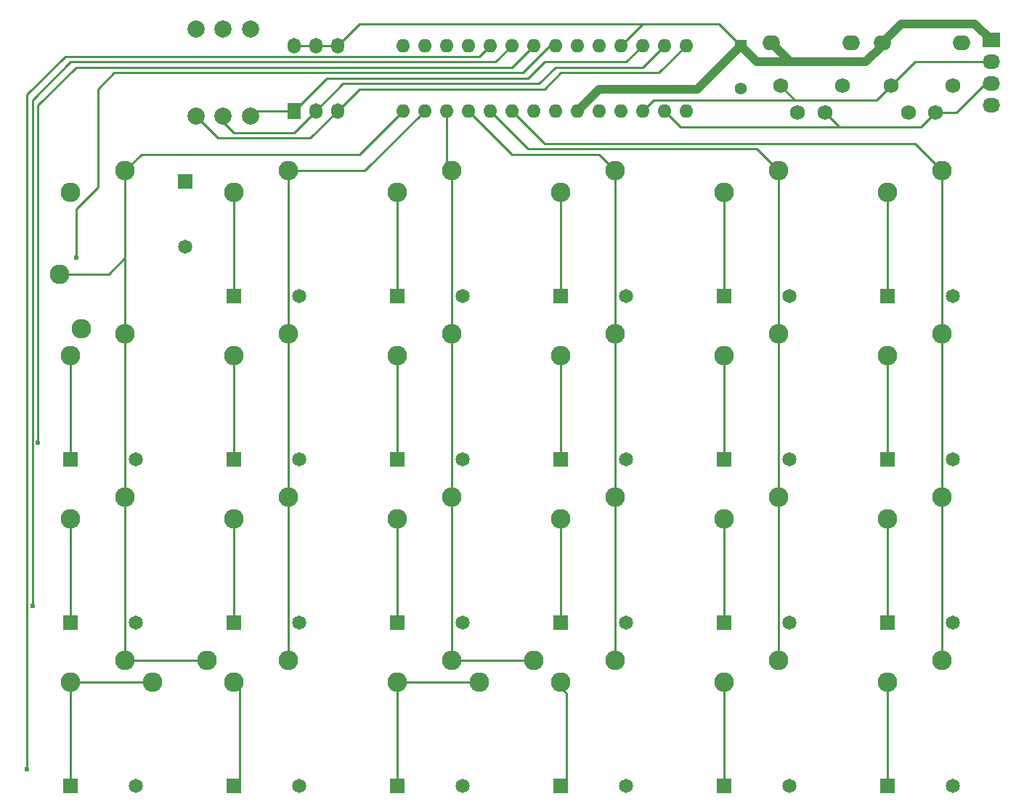
<source format=gbr>
G04 #@! TF.FileFunction,Copper,L1,Top,Signal*
%FSLAX46Y46*%
G04 Gerber Fmt 4.6, Leading zero omitted, Abs format (unit mm)*
G04 Created by KiCad (PCBNEW 4.0.4-stable) date Tue Dec 20 19:00:27 2016*
%MOMM*%
%LPD*%
G01*
G04 APERTURE LIST*
%ADD10C,0.100000*%
%ADD11C,2.286000*%
%ADD12C,1.651000*%
%ADD13R,1.651000X1.651000*%
%ADD14O,1.600000X1.600000*%
%ADD15R,1.524000X1.824000*%
%ADD16O,1.524000X1.824000*%
%ADD17C,1.998980*%
%ADD18O,2.057400X1.752600*%
%ADD19C,1.752600*%
%ADD20R,1.400000X1.400000*%
%ADD21C,1.400000*%
%ADD22R,2.032000X1.727200*%
%ADD23O,2.032000X1.727200*%
%ADD24C,0.600000*%
%ADD25C,0.250000*%
%ADD26C,1.000000*%
G04 APERTURE END LIST*
D10*
D11*
X49530000Y-41910000D03*
X43180000Y-44450000D03*
X87630000Y-60960000D03*
X81280000Y-63500000D03*
X49530000Y-99060000D03*
X43180000Y-101600000D03*
X49530000Y-60960000D03*
X43180000Y-63500000D03*
D12*
X56515000Y-50825400D03*
D13*
X56515000Y-43205400D03*
D12*
X50800000Y-75565000D03*
D13*
X43180000Y-75565000D03*
D12*
X50800000Y-94615000D03*
D13*
X43180000Y-94615000D03*
D12*
X50800000Y-113665000D03*
D13*
X43180000Y-113665000D03*
D12*
X69850000Y-56515000D03*
D13*
X62230000Y-56515000D03*
D12*
X69850000Y-75565000D03*
D13*
X62230000Y-75565000D03*
D12*
X69850000Y-94615000D03*
D13*
X62230000Y-94615000D03*
D12*
X69850000Y-113665000D03*
D13*
X62230000Y-113665000D03*
D12*
X88900000Y-56515000D03*
D13*
X81280000Y-56515000D03*
D12*
X88900000Y-75565000D03*
D13*
X81280000Y-75565000D03*
D12*
X88900000Y-94615000D03*
D13*
X81280000Y-94615000D03*
D12*
X88900000Y-113665000D03*
D13*
X81280000Y-113665000D03*
D12*
X107950000Y-56515000D03*
D13*
X100330000Y-56515000D03*
D12*
X107950000Y-75565000D03*
D13*
X100330000Y-75565000D03*
D12*
X107950000Y-94615000D03*
D13*
X100330000Y-94615000D03*
D12*
X107950000Y-113665000D03*
D13*
X100330000Y-113665000D03*
D12*
X127000000Y-56515000D03*
D13*
X119380000Y-56515000D03*
D12*
X127000000Y-75565000D03*
D13*
X119380000Y-75565000D03*
D12*
X127000000Y-94615000D03*
D13*
X119380000Y-94615000D03*
D12*
X127000000Y-113665000D03*
D13*
X119380000Y-113665000D03*
D12*
X146050000Y-56515000D03*
D13*
X138430000Y-56515000D03*
D12*
X146050000Y-75565000D03*
D13*
X138430000Y-75565000D03*
D12*
X146050000Y-94615000D03*
D13*
X138430000Y-94615000D03*
D12*
X146050000Y-113665000D03*
D13*
X138430000Y-113665000D03*
D11*
X49530000Y-80010000D03*
X43180000Y-82550000D03*
X68580000Y-41910000D03*
X62230000Y-44450000D03*
X68580000Y-60960000D03*
X62230000Y-63500000D03*
X68580000Y-80010000D03*
X62230000Y-82550000D03*
X68580000Y-99060000D03*
X62230000Y-101600000D03*
X87630000Y-41910000D03*
X81280000Y-44450000D03*
X87630000Y-80010000D03*
X81280000Y-82550000D03*
X87630000Y-99060000D03*
X81280000Y-101600000D03*
X106680000Y-41910000D03*
X100330000Y-44450000D03*
X106680000Y-60960000D03*
X100330000Y-63500000D03*
X106680000Y-80010000D03*
X100330000Y-82550000D03*
X106680000Y-99060000D03*
X100330000Y-101600000D03*
X125730000Y-41910000D03*
X119380000Y-44450000D03*
X125730000Y-60960000D03*
X119380000Y-63500000D03*
X125730000Y-80010000D03*
X119380000Y-82550000D03*
X125730000Y-99060000D03*
X119380000Y-101600000D03*
X144780000Y-41910000D03*
X138430000Y-44450000D03*
X144780000Y-60960000D03*
X138430000Y-63500000D03*
X144780000Y-80010000D03*
X138430000Y-82550000D03*
X144780000Y-99060000D03*
X138430000Y-101600000D03*
D14*
X81915000Y-34925000D03*
X84455000Y-34925000D03*
X86995000Y-34925000D03*
X89535000Y-34925000D03*
X92075000Y-34925000D03*
X94615000Y-34925000D03*
X97155000Y-34925000D03*
X99695000Y-34925000D03*
X102235000Y-34925000D03*
X104775000Y-34925000D03*
X107315000Y-34925000D03*
X109855000Y-34925000D03*
X112395000Y-34925000D03*
X114935000Y-34925000D03*
X114935000Y-27305000D03*
X112395000Y-27305000D03*
X109855000Y-27305000D03*
X107315000Y-27305000D03*
X104775000Y-27305000D03*
X102235000Y-27305000D03*
X99695000Y-27305000D03*
X97155000Y-27305000D03*
X94615000Y-27305000D03*
X92075000Y-27305000D03*
X89535000Y-27305000D03*
X86995000Y-27305000D03*
X84455000Y-27305000D03*
X81915000Y-27305000D03*
D15*
X69215000Y-34925000D03*
D16*
X69215000Y-27305000D03*
X71755000Y-34925000D03*
X71755000Y-27305000D03*
X74295000Y-34925000D03*
X74295000Y-27305000D03*
D17*
X64135000Y-35560000D03*
X64135000Y-25400000D03*
X60960000Y-35560000D03*
X60960000Y-25400000D03*
X57785000Y-35560000D03*
X57785000Y-25400000D03*
D18*
X134188200Y-27025600D03*
D19*
X125933200Y-32029400D03*
X131140200Y-35128200D03*
D18*
X124891800Y-27025600D03*
D19*
X127939800Y-35128200D03*
X133146800Y-32029400D03*
D18*
X147091400Y-27025600D03*
D19*
X138836400Y-32029400D03*
X144043400Y-35128200D03*
D18*
X137795000Y-27025600D03*
D19*
X140843000Y-35128200D03*
X146050000Y-32029400D03*
D20*
X121285000Y-27305000D03*
D21*
X121285000Y-32305000D03*
D11*
X41910000Y-54000400D03*
X44450000Y-60350400D03*
X59055000Y-99085400D03*
X52705000Y-101625400D03*
X97155000Y-99085400D03*
X90805000Y-101625400D03*
D22*
X150495000Y-26670000D03*
D23*
X150495000Y-29210000D03*
X150495000Y-31750000D03*
X150495000Y-34290000D03*
D24*
X43815000Y-52095400D03*
X39370000Y-73660000D03*
X38735000Y-92710000D03*
X38100000Y-111760000D03*
D25*
X46355000Y-42570400D02*
X46355000Y-32410400D01*
X43815000Y-52095400D02*
X43815000Y-46380400D01*
X43815000Y-46380400D02*
X46355000Y-43840400D01*
X46355000Y-42570400D02*
X46355000Y-43840400D01*
X46355000Y-32410400D02*
X48285400Y-30480000D01*
X99695000Y-27305000D02*
X99060000Y-27305000D01*
X99060000Y-27305000D02*
X95885000Y-30480000D01*
X95885000Y-30480000D02*
X48285400Y-30480000D01*
X39370000Y-34290000D02*
X39370000Y-34315400D01*
X39370000Y-34315400D02*
X39370000Y-73660000D01*
X97155000Y-27305000D02*
X94615000Y-29845000D01*
X43815000Y-29845000D02*
X39370000Y-34290000D01*
X94615000Y-29845000D02*
X43815000Y-29845000D01*
X43180000Y-75565000D02*
X43180000Y-63500000D01*
X38735000Y-33655000D02*
X38735000Y-33680400D01*
X38735000Y-33680400D02*
X38735000Y-92710000D01*
X94615000Y-27305000D02*
X92710000Y-29210000D01*
X43180000Y-29210000D02*
X38735000Y-33655000D01*
X92710000Y-29210000D02*
X43180000Y-29210000D01*
X43180000Y-94615000D02*
X43180000Y-82550000D01*
X38087300Y-33032700D02*
X38087300Y-111747300D01*
X38087300Y-111747300D02*
X38100000Y-111760000D01*
X90805000Y-28575000D02*
X42545000Y-28575000D01*
X42545000Y-28575000D02*
X38087300Y-33032700D01*
X92075000Y-27305000D02*
X90805000Y-28575000D01*
X43180000Y-101600000D02*
X52679600Y-101600000D01*
X43180000Y-113665000D02*
X43180000Y-101600000D01*
X52679600Y-101600000D02*
X52705000Y-101625400D01*
X62230000Y-44450000D02*
X62230000Y-56515000D01*
X62230000Y-63500000D02*
X62230000Y-75565000D01*
X62230000Y-94615000D02*
X62230000Y-82550000D01*
X62230000Y-101600000D02*
X62230000Y-101625400D01*
X62230000Y-101625400D02*
X62865000Y-102260400D01*
X62865000Y-102260400D02*
X62865000Y-113030000D01*
X62865000Y-113030000D02*
X62230000Y-113665000D01*
X81280000Y-56515000D02*
X81280000Y-44450000D01*
X81280000Y-75565000D02*
X81280000Y-63500000D01*
X81280000Y-94615000D02*
X81280000Y-82550000D01*
X81280000Y-101600000D02*
X90779600Y-101600000D01*
X90779600Y-101600000D02*
X90805000Y-101625400D01*
X81280000Y-113665000D02*
X81280000Y-101600000D01*
X100330000Y-44450000D02*
X100330000Y-56515000D01*
X100330000Y-75565000D02*
X100330000Y-63500000D01*
X100330000Y-94615000D02*
X100330000Y-82550000D01*
X100330000Y-101600000D02*
X100330000Y-102260400D01*
X100330000Y-102260400D02*
X100965000Y-102895400D01*
X100965000Y-102895400D02*
X100965000Y-113030000D01*
X100965000Y-113030000D02*
X100330000Y-113665000D01*
X119380000Y-56515000D02*
X119380000Y-44450000D01*
X119380000Y-63500000D02*
X119380000Y-75565000D01*
X119380000Y-94615000D02*
X119380000Y-82550000D01*
X119380000Y-101600000D02*
X119380000Y-113665000D01*
X138430000Y-44450000D02*
X138430000Y-56515000D01*
X138430000Y-63500000D02*
X138430000Y-75565000D01*
X138430000Y-94615000D02*
X138430000Y-82550000D01*
X138430000Y-113665000D02*
X138430000Y-101600000D01*
X138836400Y-32029400D02*
X138811000Y-32029400D01*
X138811000Y-32029400D02*
X137185400Y-33655000D01*
X137185400Y-33655000D02*
X127558800Y-33655000D01*
X150495000Y-29210000D02*
X141655800Y-29210000D01*
X141655800Y-29210000D02*
X138836400Y-32029400D01*
X138836400Y-32029400D02*
X138836400Y-31978600D01*
X127558800Y-33655000D02*
X111125000Y-33655000D01*
X125933200Y-32029400D02*
X127558800Y-33655000D01*
X111125000Y-33655000D02*
X109855000Y-34925000D01*
X144043400Y-35128200D02*
X146481800Y-35128200D01*
X146481800Y-35128200D02*
X149860000Y-31750000D01*
X149860000Y-31750000D02*
X150495000Y-31750000D01*
X144043400Y-35128200D02*
X142341600Y-36830000D01*
X142341600Y-36830000D02*
X132715000Y-36830000D01*
X132715000Y-36703000D02*
X132715000Y-36830000D01*
X132715000Y-36830000D02*
X114300000Y-36830000D01*
X131140200Y-35128200D02*
X132715000Y-36703000D01*
X114300000Y-36830000D02*
X112395000Y-34925000D01*
D26*
X127000000Y-29210000D02*
X127000000Y-29133800D01*
X127000000Y-29133800D02*
X124891800Y-27025600D01*
X150495000Y-26670000D02*
X148590000Y-24765000D01*
X148590000Y-24765000D02*
X140055600Y-24765000D01*
X140055600Y-24765000D02*
X137795000Y-27025600D01*
X137795000Y-26670000D02*
X137795000Y-27025600D01*
X137795000Y-27025600D02*
X137795000Y-27305000D01*
X137795000Y-27305000D02*
X135890000Y-29210000D01*
X135890000Y-29210000D02*
X127000000Y-29210000D01*
X127000000Y-29210000D02*
X123190000Y-29210000D01*
X123190000Y-29210000D02*
X121285000Y-27305000D01*
D25*
X69215000Y-27305000D02*
X71755000Y-27305000D01*
X71755000Y-27305000D02*
X74295000Y-27305000D01*
X74295000Y-27305000D02*
X76835000Y-24765000D01*
X76835000Y-24765000D02*
X109855000Y-24765000D01*
D26*
X102235000Y-34925000D02*
X104775000Y-32385000D01*
X104775000Y-32385000D02*
X116205000Y-32385000D01*
X116205000Y-32385000D02*
X121285000Y-27305000D01*
D25*
X107315000Y-27305000D02*
X109855000Y-24765000D01*
X118745000Y-24765000D02*
X121285000Y-27305000D01*
X109855000Y-24765000D02*
X118745000Y-24765000D01*
X64135000Y-35560000D02*
X64770000Y-34925000D01*
X64770000Y-34925000D02*
X69215000Y-34925000D01*
X109855000Y-27305000D02*
X107950000Y-29210000D01*
X73025000Y-31115000D02*
X69215000Y-34925000D01*
X96520000Y-31115000D02*
X73025000Y-31115000D01*
X98425000Y-29210000D02*
X96520000Y-31115000D01*
X107950000Y-29210000D02*
X98425000Y-29210000D01*
X68580000Y-35560000D02*
X69215000Y-34925000D01*
X60960000Y-35560000D02*
X60960000Y-36195000D01*
X60960000Y-36195000D02*
X62230000Y-37465000D01*
X62230000Y-37465000D02*
X69215000Y-37465000D01*
X69215000Y-37465000D02*
X71755000Y-34925000D01*
X112395000Y-27305000D02*
X109855000Y-29845000D01*
X109855000Y-29845000D02*
X99695000Y-29845000D01*
X99695000Y-29845000D02*
X97790000Y-31750000D01*
X97790000Y-31750000D02*
X74930000Y-31750000D01*
X74930000Y-31750000D02*
X71755000Y-34925000D01*
X57785000Y-35560000D02*
X60325000Y-38100000D01*
X74295000Y-34925000D02*
X71120000Y-38100000D01*
X71120000Y-38100000D02*
X60325000Y-38100000D01*
X74295000Y-34925000D02*
X76835000Y-32385000D01*
X111760000Y-30480000D02*
X114935000Y-27305000D01*
X100330000Y-30480000D02*
X111760000Y-30480000D01*
X98425000Y-32385000D02*
X100330000Y-30480000D01*
X76835000Y-32385000D02*
X98425000Y-32385000D01*
X41910000Y-54000400D02*
X47625000Y-54000400D01*
X47625000Y-54000400D02*
X49530000Y-52095400D01*
X59055000Y-99085400D02*
X49555400Y-99085400D01*
X49555400Y-99085400D02*
X49530000Y-99060000D01*
X81915000Y-34925000D02*
X76835000Y-40005000D01*
X51435000Y-40005000D02*
X49530000Y-41910000D01*
X76835000Y-40005000D02*
X51435000Y-40005000D01*
X49530000Y-41910000D02*
X49530000Y-52095400D01*
X49530000Y-52095400D02*
X49530000Y-60960000D01*
X49530000Y-60960000D02*
X49530000Y-80010000D01*
X49530000Y-80010000D02*
X49530000Y-99060000D01*
X68580000Y-41910000D02*
X77470000Y-41910000D01*
X77470000Y-41910000D02*
X84455000Y-34925000D01*
X68580000Y-60960000D02*
X68580000Y-41910000D01*
X68580000Y-99060000D02*
X68580000Y-80010000D01*
X68580000Y-80010000D02*
X68580000Y-60960000D01*
X86995000Y-34925000D02*
X86995000Y-41275000D01*
X86995000Y-41275000D02*
X87630000Y-41910000D01*
X87630000Y-41910000D02*
X87630000Y-60960000D01*
X87630000Y-60960000D02*
X87630000Y-80010000D01*
X97155000Y-99085400D02*
X87655400Y-99085400D01*
X87655400Y-99085400D02*
X87630000Y-99060000D01*
X87630000Y-80010000D02*
X87630000Y-99060000D01*
X89535000Y-34925000D02*
X94615000Y-40005000D01*
X104775000Y-40005000D02*
X106680000Y-41910000D01*
X94615000Y-40005000D02*
X104775000Y-40005000D01*
X106680000Y-60960000D02*
X106680000Y-41910000D01*
X106680000Y-99060000D02*
X106680000Y-80010000D01*
X106680000Y-80010000D02*
X106680000Y-60960000D01*
X92075000Y-34925000D02*
X96520000Y-39370000D01*
X123190000Y-39370000D02*
X125730000Y-41910000D01*
X96520000Y-39370000D02*
X123190000Y-39370000D01*
X125730000Y-41910000D02*
X125730000Y-60960000D01*
X125730000Y-60960000D02*
X125730000Y-80010000D01*
X125730000Y-80010000D02*
X125730000Y-99060000D01*
X141605000Y-38735000D02*
X98425000Y-38735000D01*
X144780000Y-41910000D02*
X141605000Y-38735000D01*
X98425000Y-38735000D02*
X94615000Y-34925000D01*
X144780000Y-60960000D02*
X144780000Y-41910000D01*
X144780000Y-60960000D02*
X144780000Y-80010000D01*
X144780000Y-99060000D02*
X144780000Y-80010000D01*
M02*

</source>
